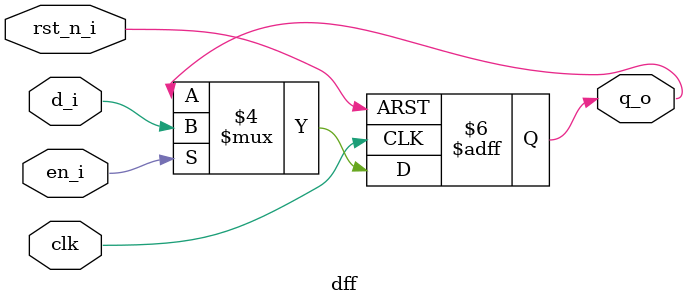
<source format=v>
`timescale 1ns / 1ps


module dff#(
    parameter WIDTH = 1
)(
    input  wire                clk      ,
    input  wire                rst_n_i  ,
    input  wire                en_i     ,
    input  wire    [WIDTH-1:0] d_i      ,
    output reg     [WIDTH-1:0] q_o      
    );

    always @(posedge clk or negedge rst_n_i) begin
        if(!rst_n_i) begin
            q_o <= 0;
        end 
        else if(en_i) begin
            q_o <= d_i;
        end
        else begin
            q_o <= q_o;
        end
    end

endmodule

</source>
